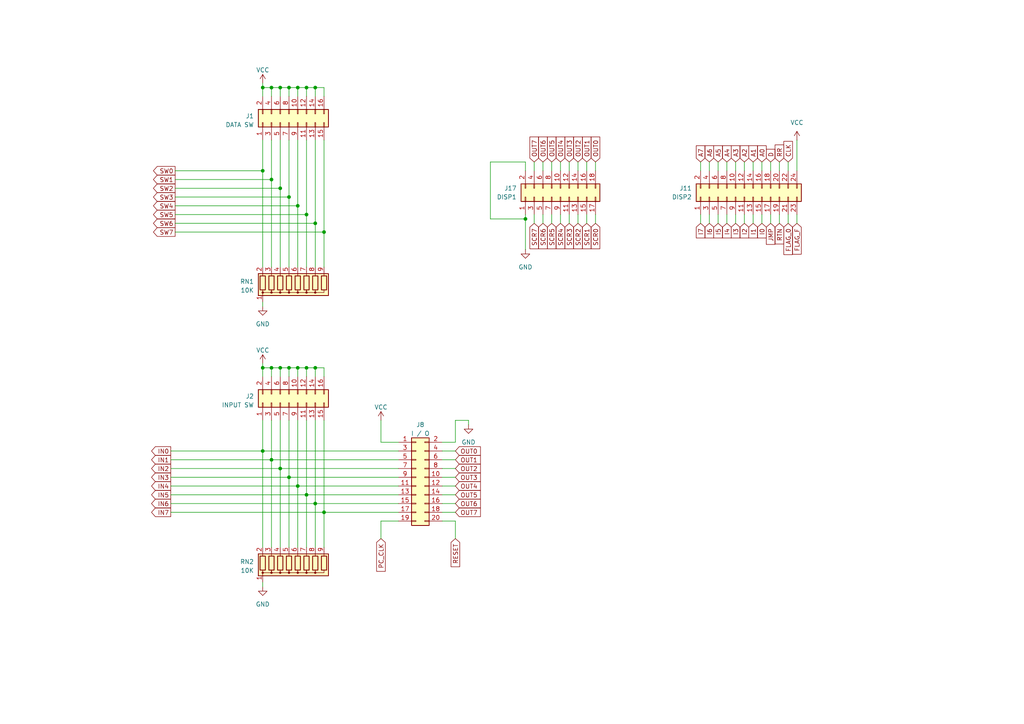
<source format=kicad_sch>
(kicad_sch (version 20231120) (generator "eeschema") (generator_version "8.0")
  (paper "A4")
  (title_block (title "Uno 14500") (date "2024-02-13") (rev "0.1") (company "By JNP-3R"))
  (lib_symbols
    (symbol "Connector_Generic:Conn_02x08_Odd_Even" (pin_names (offset 1.016) hide)
      (property "Reference" "J" (at 1.27 10.16 0))
      (property "Value" "Conn_02x08_Odd_Even" (at 1.27 -12.7 0))
      (symbol "Conn_02x08_Odd_Even_1_1"
        (rectangle (start -1.27 -10.033) (end 0 -10.287) (stroke (width 0.1524)))
        (rectangle (start -1.27 -7.493) (end 0 -7.747) (stroke (width 0.1524)))
        (rectangle (start -1.27 -4.953) (end 0 -5.207) (stroke (width 0.1524)))
        (rectangle (start -1.27 -2.413) (end 0 -2.667) (stroke (width 0.1524)))
        (rectangle (start -1.27 0.127) (end 0 -0.127) (stroke (width 0.1524)))
        (rectangle (start -1.27 2.667) (end 0 2.413) (stroke (width 0.1524)))
        (rectangle (start -1.27 5.207) (end 0 4.953) (stroke (width 0.1524)))
        (rectangle (start -1.27 7.747) (end 0 7.493) (stroke (width 0.1524)))
        (rectangle (start -1.27 8.89) (end 3.81 -11.43) (stroke (width 0.254)) (fill (type background)))
        (rectangle (start 3.81 -10.033) (end 2.54 -10.287) (stroke (width 0.1524)))
        (rectangle (start 3.81 -7.493) (end 2.54 -7.747) (stroke (width 0.1524)))
        (rectangle (start 3.81 -4.953) (end 2.54 -5.207) (stroke (width 0.1524)))
        (rectangle (start 3.81 -2.413) (end 2.54 -2.667) (stroke (width 0.1524)))
        (rectangle (start 3.81 0.127) (end 2.54 -0.127) (stroke (width 0.1524)))
        (rectangle (start 3.81 2.667) (end 2.54 2.413) (stroke (width 0.1524)))
        (rectangle (start 3.81 5.207) (end 2.54 4.953) (stroke (width 0.1524)))
        (rectangle (start 3.81 7.747) (end 2.54 7.493) (stroke (width 0.1524)))
        (pin passive line (at -5.08 7.62 0) (length 3.81) (name "Pin_1") (number "1"))
        (pin passive line (at 7.62 -2.54 180) (length 3.81) (name "Pin_10") (number "10"))
        (pin passive line (at -5.08 -5.08 0) (length 3.81) (name "Pin_11") (number "11"))
        (pin passive line (at 7.62 -5.08 180) (length 3.81) (name "Pin_12") (number "12"))
        (pin passive line (at -5.08 -7.62 0) (length 3.81) (name "Pin_13") (number "13"))
        (pin passive line (at 7.62 -7.62 180) (length 3.81) (name "Pin_14") (number "14"))
        (pin passive line (at -5.08 -10.16 0) (length 3.81) (name "Pin_15") (number "15"))
        (pin passive line (at 7.62 -10.16 180) (length 3.81) (name "Pin_16") (number "16"))
        (pin passive line (at 7.62 7.62 180) (length 3.81) (name "Pin_2") (number "2"))
        (pin passive line (at -5.08 5.08 0) (length 3.81) (name "Pin_3") (number "3"))
        (pin passive line (at 7.62 5.08 180) (length 3.81) (name "Pin_4") (number "4"))
        (pin passive line (at -5.08 2.54 0) (length 3.81) (name "Pin_5") (number "5"))
        (pin passive line (at 7.62 2.54 180) (length 3.81) (name "Pin_6") (number "6"))
        (pin passive line (at -5.08 0 0) (length 3.81) (name "Pin_7") (number "7"))
        (pin passive line (at 7.62 0 180) (length 3.81) (name "Pin_8") (number "8"))
        (pin passive line (at -5.08 -2.54 0) (length 3.81) (name "Pin_9") (number "9"))
      )
    )
    (symbol "Connector_Generic:Conn_02x09_Odd_Even" (pin_names (offset 1.016) hide)
      (property "Reference" "J" (at 1.27 12.7 0))
      (property "Value" "Conn_02x09_Odd_Even" (at 1.27 -12.7 0))
      (symbol "Conn_02x09_Odd_Even_1_1"
        (rectangle (start -1.27 -10.033) (end 0 -10.287) (stroke (width 0.1524)))
        (rectangle (start -1.27 -7.493) (end 0 -7.747) (stroke (width 0.1524)))
        (rectangle (start -1.27 -4.953) (end 0 -5.207) (stroke (width 0.1524)))
        (rectangle (start -1.27 -2.413) (end 0 -2.667) (stroke (width 0.1524)))
        (rectangle (start -1.27 0.127) (end 0 -0.127) (stroke (width 0.1524)))
        (rectangle (start -1.27 2.667) (end 0 2.413) (stroke (width 0.1524)))
        (rectangle (start -1.27 5.207) (end 0 4.953) (stroke (width 0.1524)))
        (rectangle (start -1.27 7.747) (end 0 7.493) (stroke (width 0.1524)))
        (rectangle (start -1.27 10.287) (end 0 10.033) (stroke (width 0.1524)))
        (rectangle (start -1.27 11.43) (end 3.81 -11.43) (stroke (width 0.254)) (fill (type background)))
        (rectangle (start 3.81 -10.033) (end 2.54 -10.287) (stroke (width 0.1524)))
        (rectangle (start 3.81 -7.493) (end 2.54 -7.747) (stroke (width 0.1524)))
        (rectangle (start 3.81 -4.953) (end 2.54 -5.207) (stroke (width 0.1524)))
        (rectangle (start 3.81 -2.413) (end 2.54 -2.667) (stroke (width 0.1524)))
        (rectangle (start 3.81 0.127) (end 2.54 -0.127) (stroke (width 0.1524)))
        (rectangle (start 3.81 2.667) (end 2.54 2.413) (stroke (width 0.1524)))
        (rectangle (start 3.81 5.207) (end 2.54 4.953) (stroke (width 0.1524)))
        (rectangle (start 3.81 7.747) (end 2.54 7.493) (stroke (width 0.1524)))
        (rectangle (start 3.81 10.287) (end 2.54 10.033) (stroke (width 0.1524)))
        (pin passive line (at -5.08 10.16 0) (length 3.81) (name "Pin_1") (number "1"))
        (pin passive line (at 7.62 0 180) (length 3.81) (name "Pin_10") (number "10"))
        (pin passive line (at -5.08 -2.54 0) (length 3.81) (name "Pin_11") (number "11"))
        (pin passive line (at 7.62 -2.54 180) (length 3.81) (name "Pin_12") (number "12"))
        (pin passive line (at -5.08 -5.08 0) (length 3.81) (name "Pin_13") (number "13"))
        (pin passive line (at 7.62 -5.08 180) (length 3.81) (name "Pin_14") (number "14"))
        (pin passive line (at -5.08 -7.62 0) (length 3.81) (name "Pin_15") (number "15"))
        (pin passive line (at 7.62 -7.62 180) (length 3.81) (name "Pin_16") (number "16"))
        (pin passive line (at -5.08 -10.16 0) (length 3.81) (name "Pin_17") (number "17"))
        (pin passive line (at 7.62 -10.16 180) (length 3.81) (name "Pin_18") (number "18"))
        (pin passive line (at 7.62 10.16 180) (length 3.81) (name "Pin_2") (number "2"))
        (pin passive line (at -5.08 7.62 0) (length 3.81) (name "Pin_3") (number "3"))
        (pin passive line (at 7.62 7.62 180) (length 3.81) (name "Pin_4") (number "4"))
        (pin passive line (at -5.08 5.08 0) (length 3.81) (name "Pin_5") (number "5"))
        (pin passive line (at 7.62 5.08 180) (length 3.81) (name "Pin_6") (number "6"))
        (pin passive line (at -5.08 2.54 0) (length 3.81) (name "Pin_7") (number "7"))
        (pin passive line (at 7.62 2.54 180) (length 3.81) (name "Pin_8") (number "8"))
        (pin passive line (at -5.08 0 0) (length 3.81) (name "Pin_9") (number "9"))
      )
    )
    (symbol "Connector_Generic:Conn_02x10_Odd_Even" (pin_names (offset 1.016) hide)
      (property "Reference" "J" (at 1.27 12.7 0))
      (property "Value" "Conn_02x10_Odd_Even" (at 1.27 -15.24 0))
      (symbol "Conn_02x10_Odd_Even_1_1"
        (rectangle (start -1.27 -12.573) (end 0 -12.827) (stroke (width 0.1524)))
        (rectangle (start -1.27 -10.033) (end 0 -10.287) (stroke (width 0.1524)))
        (rectangle (start -1.27 -7.493) (end 0 -7.747) (stroke (width 0.1524)))
        (rectangle (start -1.27 -4.953) (end 0 -5.207) (stroke (width 0.1524)))
        (rectangle (start -1.27 -2.413) (end 0 -2.667) (stroke (width 0.1524)))
        (rectangle (start -1.27 0.127) (end 0 -0.127) (stroke (width 0.1524)))
        (rectangle (start -1.27 2.667) (end 0 2.413) (stroke (width 0.1524)))
        (rectangle (start -1.27 5.207) (end 0 4.953) (stroke (width 0.1524)))
        (rectangle (start -1.27 7.747) (end 0 7.493) (stroke (width 0.1524)))
        (rectangle (start -1.27 10.287) (end 0 10.033) (stroke (width 0.1524)))
        (rectangle (start -1.27 11.43) (end 3.81 -13.97) (stroke (width 0.254)) (fill (type background)))
        (rectangle (start 3.81 -12.573) (end 2.54 -12.827) (stroke (width 0.1524)))
        (rectangle (start 3.81 -10.033) (end 2.54 -10.287) (stroke (width 0.1524)))
        (rectangle (start 3.81 -7.493) (end 2.54 -7.747) (stroke (width 0.1524)))
        (rectangle (start 3.81 -4.953) (end 2.54 -5.207) (stroke (width 0.1524)))
        (rectangle (start 3.81 -2.413) (end 2.54 -2.667) (stroke (width 0.1524)))
        (rectangle (start 3.81 0.127) (end 2.54 -0.127) (stroke (width 0.1524)))
        (rectangle (start 3.81 2.667) (end 2.54 2.413) (stroke (width 0.1524)))
        (rectangle (start 3.81 5.207) (end 2.54 4.953) (stroke (width 0.1524)))
        (rectangle (start 3.81 7.747) (end 2.54 7.493) (stroke (width 0.1524)))
        (rectangle (start 3.81 10.287) (end 2.54 10.033) (stroke (width 0.1524)))
        (pin passive line (at -5.08 10.16 0) (length 3.81) (name "Pin_1") (number "1"))
        (pin passive line (at 7.62 0 180) (length 3.81) (name "Pin_10") (number "10"))
        (pin passive line (at -5.08 -2.54 0) (length 3.81) (name "Pin_11") (number "11"))
        (pin passive line (at 7.62 -2.54 180) (length 3.81) (name "Pin_12") (number "12"))
        (pin passive line (at -5.08 -5.08 0) (length 3.81) (name "Pin_13") (number "13"))
        (pin passive line (at 7.62 -5.08 180) (length 3.81) (name "Pin_14") (number "14"))
        (pin passive line (at -5.08 -7.62 0) (length 3.81) (name "Pin_15") (number "15"))
        (pin passive line (at 7.62 -7.62 180) (length 3.81) (name "Pin_16") (number "16"))
        (pin passive line (at -5.08 -10.16 0) (length 3.81) (name "Pin_17") (number "17"))
        (pin passive line (at 7.62 -10.16 180) (length 3.81) (name "Pin_18") (number "18"))
        (pin passive line (at -5.08 -12.7 0) (length 3.81) (name "Pin_19") (number "19"))
        (pin passive line (at 7.62 10.16 180) (length 3.81) (name "Pin_2") (number "2"))
        (pin passive line (at 7.62 -12.7 180) (length 3.81) (name "Pin_20") (number "20"))
        (pin passive line (at -5.08 7.62 0) (length 3.81) (name "Pin_3") (number "3"))
        (pin passive line (at 7.62 7.62 180) (length 3.81) (name "Pin_4") (number "4"))
        (pin passive line (at -5.08 5.08 0) (length 3.81) (name "Pin_5") (number "5"))
        (pin passive line (at 7.62 5.08 180) (length 3.81) (name "Pin_6") (number "6"))
        (pin passive line (at -5.08 2.54 0) (length 3.81) (name "Pin_7") (number "7"))
        (pin passive line (at 7.62 2.54 180) (length 3.81) (name "Pin_8") (number "8"))
        (pin passive line (at -5.08 0 0) (length 3.81) (name "Pin_9") (number "9"))
      )
    )
    (symbol "Connector_Generic:Conn_02x12_Odd_Even" (pin_names (offset 1.016) hide)
      (property "Reference" "J" (at 1.27 15.24 0))
      (property "Value" "Conn_02x12_Odd_Even" (at 1.27 -17.78 0))
      (symbol "Conn_02x12_Odd_Even_1_1"
        (rectangle (start -1.27 -15.113) (end 0 -15.367) (stroke (width 0.1524)))
        (rectangle (start -1.27 -12.573) (end 0 -12.827) (stroke (width 0.1524)))
        (rectangle (start -1.27 -10.033) (end 0 -10.287) (stroke (width 0.1524)))
        (rectangle (start -1.27 -7.493) (end 0 -7.747) (stroke (width 0.1524)))
        (rectangle (start -1.27 -4.953) (end 0 -5.207) (stroke (width 0.1524)))
        (rectangle (start -1.27 -2.413) (end 0 -2.667) (stroke (width 0.1524)))
        (rectangle (start -1.27 0.127) (end 0 -0.127) (stroke (width 0.1524)))
        (rectangle (start -1.27 2.667) (end 0 2.413) (stroke (width 0.1524)))
        (rectangle (start -1.27 5.207) (end 0 4.953) (stroke (width 0.1524)))
        (rectangle (start -1.27 7.747) (end 0 7.493) (stroke (width 0.1524)))
        (rectangle (start -1.27 10.287) (end 0 10.033) (stroke (width 0.1524)))
        (rectangle (start -1.27 12.827) (end 0 12.573) (stroke (width 0.1524)))
        (rectangle (start -1.27 13.97) (end 3.81 -16.51) (stroke (width 0.254)) (fill (type background)))
        (rectangle (start 3.81 -15.113) (end 2.54 -15.367) (stroke (width 0.1524)))
        (rectangle (start 3.81 -12.573) (end 2.54 -12.827) (stroke (width 0.1524)))
        (rectangle (start 3.81 -10.033) (end 2.54 -10.287) (stroke (width 0.1524)))
        (rectangle (start 3.81 -7.493) (end 2.54 -7.747) (stroke (width 0.1524)))
        (rectangle (start 3.81 -4.953) (end 2.54 -5.207) (stroke (width 0.1524)))
        (rectangle (start 3.81 -2.413) (end 2.54 -2.667) (stroke (width 0.1524)))
        (rectangle (start 3.81 0.127) (end 2.54 -0.127) (stroke (width 0.1524)))
        (rectangle (start 3.81 2.667) (end 2.54 2.413) (stroke (width 0.1524)))
        (rectangle (start 3.81 5.207) (end 2.54 4.953) (stroke (width 0.1524)))
        (rectangle (start 3.81 7.747) (end 2.54 7.493) (stroke (width 0.1524)))
        (rectangle (start 3.81 10.287) (end 2.54 10.033) (stroke (width 0.1524)))
        (rectangle (start 3.81 12.827) (end 2.54 12.573) (stroke (width 0.1524)))
        (pin passive line (at -5.08 12.7 0) (length 3.81) (name "Pin_1") (number "1"))
        (pin passive line (at 7.62 2.54 180) (length 3.81) (name "Pin_10") (number "10"))
        (pin passive line (at -5.08 0 0) (length 3.81) (name "Pin_11") (number "11"))
        (pin passive line (at 7.62 0 180) (length 3.81) (name "Pin_12") (number "12"))
        (pin passive line (at -5.08 -2.54 0) (length 3.81) (name "Pin_13") (number "13"))
        (pin passive line (at 7.62 -2.54 180) (length 3.81) (name "Pin_14") (number "14"))
        (pin passive line (at -5.08 -5.08 0) (length 3.81) (name "Pin_15") (number "15"))
        (pin passive line (at 7.62 -5.08 180) (length 3.81) (name "Pin_16") (number "16"))
        (pin passive line (at -5.08 -7.62 0) (length 3.81) (name "Pin_17") (number "17"))
        (pin passive line (at 7.62 -7.62 180) (length 3.81) (name "Pin_18") (number "18"))
        (pin passive line (at -5.08 -10.16 0) (length 3.81) (name "Pin_19") (number "19"))
        (pin passive line (at 7.62 12.7 180) (length 3.81) (name "Pin_2") (number "2"))
        (pin passive line (at 7.62 -10.16 180) (length 3.81) (name "Pin_20") (number "20"))
        (pin passive line (at -5.08 -12.7 0) (length 3.81) (name "Pin_21") (number "21"))
        (pin passive line (at 7.62 -12.7 180) (length 3.81) (name "Pin_22") (number "22"))
        (pin passive line (at -5.08 -15.24 0) (length 3.81) (name "Pin_23") (number "23"))
        (pin passive line (at 7.62 -15.24 180) (length 3.81) (name "Pin_24") (number "24"))
        (pin passive line (at -5.08 10.16 0) (length 3.81) (name "Pin_3") (number "3"))
        (pin passive line (at 7.62 10.16 180) (length 3.81) (name "Pin_4") (number "4"))
        (pin passive line (at -5.08 7.62 0) (length 3.81) (name "Pin_5") (number "5"))
        (pin passive line (at 7.62 7.62 180) (length 3.81) (name "Pin_6") (number "6"))
        (pin passive line (at -5.08 5.08 0) (length 3.81) (name "Pin_7") (number "7"))
        (pin passive line (at 7.62 5.08 180) (length 3.81) (name "Pin_8") (number "8"))
        (pin passive line (at -5.08 2.54 0) (length 3.81) (name "Pin_9") (number "9"))
      )
    )
    (symbol "Device:R_Network08" (pin_names (offset 0) hide)
      (property "Reference" "RN" (at -12.7 0 90))
      (property "Value" "R_Network08" (at 10.16 0 90))
      (symbol "R_Network08_0_1"
        (rectangle (start -11.43 -3.175) (end 8.89 3.175) (stroke (width 0.254)) (fill (type background)))
        (rectangle (start -10.922 1.524) (end -9.398 -2.54) (stroke (width 0.254)))
        (circle (center -10.16 2.286) (radius 0.254) (fill (type outline)))
        (rectangle (start -8.382 1.524) (end -6.858 -2.54) (stroke (width 0.254)))
        (circle (center -7.62 2.286) (radius 0.254) (fill (type outline)))
        (rectangle (start -5.842 1.524) (end -4.318 -2.54) (stroke (width 0.254)))
        (circle (center -5.08 2.286) (radius 0.254) (fill (type outline)))
        (rectangle (start -3.302 1.524) (end -1.778 -2.54) (stroke (width 0.254)))
        (circle (center -2.54 2.286) (radius 0.254) (fill (type outline)))
        (rectangle (start -0.762 1.524) (end 0.762 -2.54) (stroke (width 0.254)))
        (polyline (pts (xy -10.16 -2.54) (xy -10.16 -3.81)))
        (polyline (pts (xy -7.62 -2.54) (xy -7.62 -3.81)))
        (polyline (pts (xy -5.08 -2.54) (xy -5.08 -3.81)))
        (polyline (pts (xy -2.54 -2.54) (xy -2.54 -3.81)))
        (polyline (pts (xy 0 -2.54) (xy 0 -3.81)))
        (polyline (pts (xy 2.54 -2.54) (xy 2.54 -3.81)))
        (polyline (pts (xy 5.08 -2.54) (xy 5.08 -3.81)))
        (polyline (pts (xy 7.62 -2.54) (xy 7.62 -3.81)))
        (polyline (pts (xy -10.16 1.524) (xy -10.16 2.286) (xy -7.62 2.286) (xy -7.62 1.524)))
        (polyline (pts (xy -7.62 1.524) (xy -7.62 2.286) (xy -5.08 2.286) (xy -5.08 1.524)))
        (polyline (pts (xy -5.08 1.524) (xy -5.08 2.286) (xy -2.54 2.286) (xy -2.54 1.524)))
        (polyline (pts (xy -2.54 1.524) (xy -2.54 2.286) (xy 0 2.286) (xy 0 1.524)))
        (polyline (pts (xy 0 1.524) (xy 0 2.286) (xy 2.54 2.286) (xy 2.54 1.524)))
        (polyline (pts (xy 2.54 1.524) (xy 2.54 2.286) (xy 5.08 2.286) (xy 5.08 1.524)))
        (polyline (pts (xy 5.08 1.524) (xy 5.08 2.286) (xy 7.62 2.286) (xy 7.62 1.524)))
        (circle (center 0 2.286) (radius 0.254) (fill (type outline)))
        (rectangle (start 1.778 1.524) (end 3.302 -2.54) (stroke (width 0.254)))
        (circle (center 2.54 2.286) (radius 0.254) (fill (type outline)))
        (rectangle (start 4.318 1.524) (end 5.842 -2.54) (stroke (width 0.254)))
        (circle (center 5.08 2.286) (radius 0.254) (fill (type outline)))
        (rectangle (start 6.858 1.524) (end 8.382 -2.54) (stroke (width 0.254)))
      )
      (symbol "R_Network08_1_1"
        (pin passive line (at -10.16 5.08 270) (length 2.54) (name "common") (number "1"))
        (pin passive line (at -10.16 -5.08 90) (length 1.27) (name "R1") (number "2"))
        (pin passive line (at -7.62 -5.08 90) (length 1.27) (name "R2") (number "3"))
        (pin passive line (at -5.08 -5.08 90) (length 1.27) (name "R3") (number "4"))
        (pin passive line (at -2.54 -5.08 90) (length 1.27) (name "R4") (number "5"))
        (pin passive line (at 0 -5.08 90) (length 1.27) (name "R5") (number "6"))
        (pin passive line (at 2.54 -5.08 90) (length 1.27) (name "R6") (number "7"))
        (pin passive line (at 5.08 -5.08 90) (length 1.27) (name "R7") (number "8"))
        (pin passive line (at 7.62 -5.08 90) (length 1.27) (name "R8") (number "9"))
      )
    )
    (symbol "GND_1" (power) (pin_numbers hide) (pin_names (offset 0) hide)
      (property "Value" "GND" (at 0 -3.81 0))
      (symbol "GND_1_0_1"
        (polyline (pts (xy 0 0) (xy 0 -1.27) (xy 1.27 -1.27) (xy 0 -2.54) (xy -1.27 -1.27) (xy 0 -1.27)))
      )
      (symbol "GND_1_1_1"
        (pin power_in line (at 0 0 270) (length 0) (name "~") (number "1"))
      )
    )
    (symbol "VCC_1" (power) (pin_numbers hide) (pin_names (offset 0) hide)
      (property "Value" "VCC" (at 0 3.556 0))
      (symbol "VCC_1_0_1"
        (polyline (pts (xy -0.762 1.27) (xy 0 2.54)))
        (polyline (pts (xy 0 0) (xy 0 2.54)))
        (polyline (pts (xy 0 2.54) (xy 0.762 1.27)))
      )
      (symbol "VCC_1_1_1"
        (pin power_in line (at 0 0 90) (length 0) (name "~") (number "1"))
      )
    )
    (symbol "power:GND" (power) (pin_names (offset 0))
      (property "Value" "GND" (at 0 -3.81 0))
      (symbol "GND_0_1"
        (polyline (pts (xy 0 0) (xy 0 -1.27) (xy 1.27 -1.27) (xy 0 -2.54) (xy -1.27 -1.27) (xy 0 -1.27)))
      )
      (symbol "GND_1_1"
        (pin power_in line (at 0 0 270) (length 0) hide (name "GND") (number "1"))
      )
    )
    (symbol "power:VCC" (power) (pin_names (offset 0))
      (property "Value" "VCC" (at 0 3.81 0))
      (symbol "VCC_0_1"
        (polyline (pts (xy -0.762 1.27) (xy 0 2.54)))
        (polyline (pts (xy 0 0) (xy 0 2.54)))
        (polyline (pts (xy 0 2.54) (xy 0.762 1.27)))
      )
      (symbol "VCC_1_1"
        (pin power_in line (at 0 0 90) (length 0) hide (name "VCC") (number "1"))
      )
    )
  )
  (junction (at 78.74 106.68))
  (junction (at 78.74 133.35))
  (junction (at 81.28 25.4))
  (junction (at 86.36 25.4))
  (junction (at 91.44 64.77))
  (junction (at 81.28 135.89))
  (junction (at 81.28 106.68))
  (junction (at 86.36 106.68))
  (junction (at 88.9 25.4))
  (junction (at 91.44 25.4))
  (junction (at 152.4 63.5))
  (junction (at 78.74 25.4))
  (junction (at 76.2 49.53))
  (junction (at 91.44 146.05))
  (junction (at 83.82 57.15))
  (junction (at 91.44 106.68))
  (junction (at 83.82 138.43))
  (junction (at 76.2 130.81))
  (junction (at 88.9 106.68))
  (junction (at 86.36 59.69))
  (junction (at 78.74 52.07))
  (junction (at 88.9 143.51))
  (junction (at 76.2 25.4))
  (junction (at 88.9 62.23))
  (junction (at 93.98 148.59))
  (junction (at 83.82 106.68))
  (junction (at 93.98 67.31))
  (junction (at 86.36 140.97))
  (junction (at 81.28 54.61))
  (junction (at 83.82 25.4))
  (junction (at 76.2 106.68))
  (wire (pts (xy 86.36 25.4) (xy 83.82 25.4)))
  (wire (pts (xy 218.44 62.23) (xy 218.44 64.77)))
  (wire (pts (xy 88.9 25.4) (xy 88.9 27.94)))
  (wire (pts (xy 86.36 106.68) (xy 83.82 106.68)))
  (wire (pts (xy 76.2 105.41) (xy 76.2 106.68)))
  (wire (pts (xy 88.9 158.75) (xy 88.9 143.51)))
  (wire (pts (xy 160.02 62.23) (xy 160.02 64.77)))
  (wire (pts (xy 223.52 64.77) (xy 223.52 62.23)))
  (wire (pts (xy 78.74 52.07) (xy 78.74 77.47)))
  (wire (pts (xy 50.8 57.15) (xy 83.82 57.15)))
  (wire (pts (xy 91.44 146.05) (xy 91.44 158.75)))
  (wire (pts (xy 88.9 143.51) (xy 115.57 143.51)))
  (wire (pts (xy 167.64 62.23) (xy 167.64 64.77)))
  (wire (pts (xy 167.64 46.99) (xy 167.64 49.53)))
  (wire (pts (xy 78.74 40.64) (xy 78.74 52.07)))
  (wire (pts (xy 83.82 25.4) (xy 83.82 27.94)))
  (wire (pts (xy 93.98 148.59) (xy 115.57 148.59)))
  (wire (pts (xy 142.24 63.5) (xy 152.4 63.5)))
  (wire (pts (xy 81.28 135.89) (xy 81.28 158.75)))
  (wire (pts (xy 76.2 49.53) (xy 76.2 77.47)))
  (wire (pts (xy 76.2 106.68) (xy 76.2 109.22)))
  (wire (pts (xy 165.1 62.23) (xy 165.1 64.77)))
  (wire (pts (xy 76.2 88.9) (xy 76.2 87.63)))
  (wire (pts (xy 86.36 109.22) (xy 86.36 106.68)))
  (wire (pts (xy 205.74 46.99) (xy 205.74 49.53)))
  (wire (pts (xy 228.6 46.99) (xy 228.6 49.53)))
  (wire (pts (xy 93.98 27.94) (xy 93.98 25.4)))
  (wire (pts (xy 215.9 46.99) (xy 215.9 49.53)))
  (wire (pts (xy 81.28 25.4) (xy 78.74 25.4)))
  (wire (pts (xy 152.4 62.23) (xy 152.4 63.5)))
  (wire (pts (xy 86.36 140.97) (xy 115.57 140.97)))
  (wire (pts (xy 91.44 106.68) (xy 88.9 106.68)))
  (wire (pts (xy 93.98 109.22) (xy 93.98 106.68)))
  (wire (pts (xy 91.44 121.92) (xy 91.44 146.05)))
  (wire (pts (xy 162.56 62.23) (xy 162.56 64.77)))
  (wire (pts (xy 203.2 46.99) (xy 203.2 49.53)))
  (wire (pts (xy 160.02 46.99) (xy 160.02 49.53)))
  (wire (pts (xy 50.8 54.61) (xy 81.28 54.61)))
  (wire (pts (xy 152.4 49.53) (xy 152.4 46.99)))
  (wire (pts (xy 86.36 59.69) (xy 86.36 77.47)))
  (wire (pts (xy 78.74 25.4) (xy 76.2 25.4)))
  (wire (pts (xy 81.28 109.22) (xy 81.28 106.68)))
  (wire (pts (xy 76.2 24.13) (xy 76.2 25.4)))
  (wire (pts (xy 78.74 121.92) (xy 78.74 133.35)))
  (wire (pts (xy 231.14 40.64) (xy 231.14 49.53)))
  (wire (pts (xy 78.74 25.4) (xy 78.74 27.94)))
  (wire (pts (xy 81.28 106.68) (xy 78.74 106.68)))
  (wire (pts (xy 83.82 138.43) (xy 115.57 138.43)))
  (wire (pts (xy 128.27 130.81) (xy 132.08 130.81)))
  (wire (pts (xy 91.44 40.64) (xy 91.44 64.77)))
  (wire (pts (xy 81.28 25.4) (xy 81.28 27.94)))
  (wire (pts (xy 110.49 151.13) (xy 115.57 151.13)))
  (wire (pts (xy 128.27 148.59) (xy 132.08 148.59)))
  (wire (pts (xy 83.82 121.92) (xy 83.82 138.43)))
  (wire (pts (xy 50.8 62.23) (xy 88.9 62.23)))
  (wire (pts (xy 49.53 143.51) (xy 88.9 143.51)))
  (wire (pts (xy 91.44 146.05) (xy 115.57 146.05)))
  (wire (pts (xy 76.2 121.92) (xy 76.2 130.81)))
  (wire (pts (xy 215.9 62.23) (xy 215.9 64.77)))
  (wire (pts (xy 81.28 54.61) (xy 81.28 77.47)))
  (wire (pts (xy 86.36 25.4) (xy 86.36 27.94)))
  (wire (pts (xy 91.44 25.4) (xy 88.9 25.4)))
  (wire (pts (xy 81.28 121.92) (xy 81.28 135.89)))
  (wire (pts (xy 88.9 109.22) (xy 88.9 106.68)))
  (wire (pts (xy 49.53 146.05) (xy 91.44 146.05)))
  (wire (pts (xy 135.89 121.92) (xy 135.89 123.19)))
  (wire (pts (xy 93.98 25.4) (xy 91.44 25.4)))
  (wire (pts (xy 165.1 46.99) (xy 165.1 49.53)))
  (wire (pts (xy 91.44 64.77) (xy 91.44 77.47)))
  (wire (pts (xy 81.28 135.89) (xy 115.57 135.89)))
  (wire (pts (xy 210.82 62.23) (xy 210.82 64.77)))
  (wire (pts (xy 50.8 49.53) (xy 76.2 49.53)))
  (wire (pts (xy 76.2 25.4) (xy 76.2 27.94)))
  (wire (pts (xy 132.08 128.27) (xy 132.08 121.92)))
  (wire (pts (xy 162.56 46.99) (xy 162.56 49.53)))
  (wire (pts (xy 88.9 77.47) (xy 88.9 62.23)))
  (wire (pts (xy 226.06 64.77) (xy 226.06 62.23)))
  (wire (pts (xy 49.53 140.97) (xy 86.36 140.97)))
  (wire (pts (xy 88.9 121.92) (xy 88.9 143.51)))
  (wire (pts (xy 128.27 140.97) (xy 132.08 140.97)))
  (wire (pts (xy 49.53 148.59) (xy 93.98 148.59)))
  (wire (pts (xy 157.48 46.99) (xy 157.48 49.53)))
  (wire (pts (xy 76.2 40.64) (xy 76.2 49.53)))
  (wire (pts (xy 208.28 62.23) (xy 208.28 64.77)))
  (wire (pts (xy 228.6 64.77) (xy 228.6 62.23)))
  (wire (pts (xy 88.9 25.4) (xy 86.36 25.4)))
  (wire (pts (xy 50.8 64.77) (xy 91.44 64.77)))
  (wire (pts (xy 205.74 62.23) (xy 205.74 64.77)))
  (wire (pts (xy 128.27 138.43) (xy 132.08 138.43)))
  (wire (pts (xy 142.24 46.99) (xy 142.24 63.5)))
  (wire (pts (xy 210.82 46.99) (xy 210.82 49.53)))
  (wire (pts (xy 128.27 135.89) (xy 132.08 135.89)))
  (wire (pts (xy 78.74 109.22) (xy 78.74 106.68)))
  (wire (pts (xy 223.52 46.99) (xy 223.52 49.53)))
  (wire (pts (xy 110.49 156.21) (xy 110.49 151.13)))
  (wire (pts (xy 213.36 46.99) (xy 213.36 49.53)))
  (wire (pts (xy 49.53 130.81) (xy 76.2 130.81)))
  (wire (pts (xy 132.08 151.13) (xy 132.08 156.21)))
  (wire (pts (xy 154.94 46.99) (xy 154.94 49.53)))
  (wire (pts (xy 49.53 133.35) (xy 78.74 133.35)))
  (wire (pts (xy 78.74 106.68) (xy 76.2 106.68)))
  (wire (pts (xy 231.14 64.77) (xy 231.14 62.23)))
  (wire (pts (xy 76.2 130.81) (xy 115.57 130.81)))
  (wire (pts (xy 50.8 52.07) (xy 78.74 52.07)))
  (wire (pts (xy 170.18 62.23) (xy 170.18 64.77)))
  (wire (pts (xy 76.2 130.81) (xy 76.2 158.75)))
  (wire (pts (xy 83.82 40.64) (xy 83.82 57.15)))
  (wire (pts (xy 110.49 128.27) (xy 110.49 121.92)))
  (wire (pts (xy 78.74 133.35) (xy 115.57 133.35)))
  (wire (pts (xy 93.98 148.59) (xy 93.98 158.75)))
  (wire (pts (xy 86.36 121.92) (xy 86.36 140.97)))
  (wire (pts (xy 208.28 46.99) (xy 208.28 49.53)))
  (wire (pts (xy 76.2 170.18) (xy 76.2 168.91)))
  (wire (pts (xy 172.72 62.23) (xy 172.72 64.77)))
  (wire (pts (xy 81.28 40.64) (xy 81.28 54.61)))
  (wire (pts (xy 152.4 63.5) (xy 152.4 72.39)))
  (wire (pts (xy 91.44 109.22) (xy 91.44 106.68)))
  (wire (pts (xy 170.18 46.99) (xy 170.18 49.53)))
  (wire (pts (xy 115.57 128.27) (xy 110.49 128.27)))
  (wire (pts (xy 78.74 133.35) (xy 78.74 158.75)))
  (wire (pts (xy 128.27 128.27) (xy 132.08 128.27)))
  (wire (pts (xy 93.98 121.92) (xy 93.98 148.59)))
  (wire (pts (xy 88.9 106.68) (xy 86.36 106.68)))
  (wire (pts (xy 49.53 135.89) (xy 81.28 135.89)))
  (wire (pts (xy 83.82 106.68) (xy 81.28 106.68)))
  (wire (pts (xy 50.8 67.31) (xy 93.98 67.31)))
  (wire (pts (xy 50.8 59.69) (xy 86.36 59.69)))
  (wire (pts (xy 88.9 40.64) (xy 88.9 62.23)))
  (wire (pts (xy 128.27 143.51) (xy 132.08 143.51)))
  (wire (pts (xy 83.82 109.22) (xy 83.82 106.68)))
  (wire (pts (xy 226.06 46.99) (xy 226.06 49.53)))
  (wire (pts (xy 49.53 138.43) (xy 83.82 138.43)))
  (wire (pts (xy 172.72 46.99) (xy 172.72 49.53)))
  (wire (pts (xy 93.98 67.31) (xy 93.98 77.47)))
  (wire (pts (xy 218.44 46.99) (xy 218.44 49.53)))
  (wire (pts (xy 128.27 151.13) (xy 132.08 151.13)))
  (wire (pts (xy 93.98 40.64) (xy 93.98 67.31)))
  (wire (pts (xy 152.4 46.99) (xy 142.24 46.99)))
  (wire (pts (xy 132.08 121.92) (xy 135.89 121.92)))
  (wire (pts (xy 157.48 62.23) (xy 157.48 64.77)))
  (wire (pts (xy 203.2 62.23) (xy 203.2 64.77)))
  (wire (pts (xy 91.44 25.4) (xy 91.44 27.94)))
  (wire (pts (xy 154.94 62.23) (xy 154.94 64.77)))
  (wire (pts (xy 86.36 140.97) (xy 86.36 158.75)))
  (wire (pts (xy 128.27 133.35) (xy 132.08 133.35)))
  (wire (pts (xy 213.36 62.23) (xy 213.36 64.77)))
  (wire (pts (xy 93.98 106.68) (xy 91.44 106.68)))
  (wire (pts (xy 83.82 138.43) (xy 83.82 158.75)))
  (wire (pts (xy 83.82 25.4) (xy 81.28 25.4)))
  (wire (pts (xy 86.36 40.64) (xy 86.36 59.69)))
  (wire (pts (xy 220.98 46.99) (xy 220.98 49.53)))
  (wire (pts (xy 220.98 62.23) (xy 220.98 64.77)))
  (wire (pts (xy 128.27 146.05) (xy 132.08 146.05)))
  (wire (pts (xy 83.82 57.15) (xy 83.82 77.47)))
  (global_label "OUT3" (shape input) (at 165.1 46.99 90) (property "Intersheetrefs" "${INTERSHEET_REFS}" (effects (hide yes))))
  (global_label "JMP" (shape input) (at 223.52 64.77 270) (property "Intersheetrefs" "${INTERSHEET_REFS}" (effects (hide yes))))
  (global_label "A6" (shape input) (at 205.74 46.99 90) (property "Intersheetrefs" "${INTERSHEET_REFS}" (effects (hide yes))))
  (global_label "I5" (shape input) (at 208.28 64.77 270) (property "Intersheetrefs" "${INTERSHEET_REFS}" (effects (hide yes))))
  (global_label "OUT7" (shape input) (at 154.94 46.99 90) (property "Intersheetrefs" "${INTERSHEET_REFS}" (effects (hide yes))))
  (global_label "OUT4" (shape input) (at 162.56 46.99 90) (property "Intersheetrefs" "${INTERSHEET_REFS}" (effects (hide yes))))
  (global_label "RESET" (shape input) (at 132.08 156.21 270) (property "Intersheetrefs" "${INTERSHEET_REFS}" (effects (hide yes))))
  (global_label "I1" (shape input) (at 218.44 64.77 270) (property "Intersheetrefs" "${INTERSHEET_REFS}" (effects (hide yes))))
  (global_label "I3" (shape input) (at 213.36 64.77 270) (property "Intersheetrefs" "${INTERSHEET_REFS}" (effects (hide yes))))
  (global_label "IN4" (shape output) (at 49.53 140.97 180) (property "Intersheetrefs" "${INTERSHEET_REFS}" (effects (hide yes))))
  (global_label "A4" (shape input) (at 210.82 46.99 90) (property "Intersheetrefs" "${INTERSHEET_REFS}" (effects (hide yes))))
  (global_label "IN6" (shape output) (at 49.53 146.05 180) (property "Intersheetrefs" "${INTERSHEET_REFS}" (effects (hide yes))))
  (global_label "D" (shape input) (at 223.52 46.99 90) (property "Intersheetrefs" "${INTERSHEET_REFS}" (effects (hide yes))))
  (global_label "A3" (shape input) (at 213.36 46.99 90) (property "Intersheetrefs" "${INTERSHEET_REFS}" (effects (hide yes))))
  (global_label "A2" (shape input) (at 215.9 46.99 90) (property "Intersheetrefs" "${INTERSHEET_REFS}" (effects (hide yes))))
  (global_label "OUT5" (shape input) (at 132.08 143.51 0) (property "Intersheetrefs" "${INTERSHEET_REFS}" (effects (hide yes))))
  (global_label "OUT2" (shape input) (at 132.08 135.89 0) (property "Intersheetrefs" "${INTERSHEET_REFS}" (effects (hide yes))))
  (global_label "IN0" (shape output) (at 49.53 130.81 180) (property "Intersheetrefs" "${INTERSHEET_REFS}" (effects (hide yes))))
  (global_label "CLK" (shape input) (at 228.6 46.99 90) (property "Intersheetrefs" "${INTERSHEET_REFS}" (effects (hide yes))))
  (global_label "SCR6" (shape input) (at 157.48 64.77 270) (property "Intersheetrefs" "${INTERSHEET_REFS}" (effects (hide yes))))
  (global_label "FLAG_0" (shape input) (at 228.6 64.77 270) (property "Intersheetrefs" "${INTERSHEET_REFS}" (effects (hide yes))))
  (global_label "IN2" (shape output) (at 49.53 135.89 180) (property "Intersheetrefs" "${INTERSHEET_REFS}" (effects (hide yes))))
  (global_label "OUT7" (shape input) (at 132.08 148.59 0) (property "Intersheetrefs" "${INTERSHEET_REFS}" (effects (hide yes))))
  (global_label "SCR5" (shape input) (at 160.02 64.77 270) (property "Intersheetrefs" "${INTERSHEET_REFS}" (effects (hide yes))))
  (global_label "SCR4" (shape input) (at 162.56 64.77 270) (property "Intersheetrefs" "${INTERSHEET_REFS}" (effects (hide yes))))
  (global_label "OUT4" (shape input) (at 132.08 140.97 0) (property "Intersheetrefs" "${INTERSHEET_REFS}" (effects (hide yes))))
  (global_label "SCR0" (shape input) (at 172.72 64.77 270) (property "Intersheetrefs" "${INTERSHEET_REFS}" (effects (hide yes))))
  (global_label "RTN" (shape input) (at 226.06 64.77 270) (property "Intersheetrefs" "${INTERSHEET_REFS}" (effects (hide yes))))
  (global_label "OUT2" (shape input) (at 167.64 46.99 90) (property "Intersheetrefs" "${INTERSHEET_REFS}" (effects (hide yes))))
  (global_label "IN7" (shape output) (at 49.53 148.59 180) (property "Intersheetrefs" "${INTERSHEET_REFS}" (effects (hide yes))))
  (global_label "IN3" (shape output) (at 49.53 138.43 180) (property "Intersheetrefs" "${INTERSHEET_REFS}" (effects (hide yes))))
  (global_label "OUT1" (shape input) (at 170.18 46.99 90) (property "Intersheetrefs" "${INTERSHEET_REFS}" (effects (hide yes))))
  (global_label "SW2" (shape output) (at 50.8 54.61 180) (property "Intersheetrefs" "${INTERSHEET_REFS}" (effects (hide yes))))
  (global_label "SW5" (shape output) (at 50.8 62.23 180) (property "Intersheetrefs" "${INTERSHEET_REFS}" (effects (hide yes))))
  (global_label "PC_CLK" (shape input) (at 110.49 156.21 270) (property "Intersheetrefs" "${INTERSHEET_REFS}" (effects (hide yes))))
  (global_label "SCR1" (shape input) (at 170.18 64.77 270) (property "Intersheetrefs" "${INTERSHEET_REFS}" (effects (hide yes))))
  (global_label "OUT3" (shape input) (at 132.08 138.43 0) (property "Intersheetrefs" "${INTERSHEET_REFS}" (effects (hide yes))))
  (global_label "I7" (shape input) (at 203.2 64.77 270) (property "Intersheetrefs" "${INTERSHEET_REFS}" (effects (hide yes))))
  (global_label "SW7" (shape output) (at 50.8 67.31 180) (property "Intersheetrefs" "${INTERSHEET_REFS}" (effects (hide yes))))
  (global_label "FLAG_F" (shape input) (at 231.14 64.77 270) (property "Intersheetrefs" "${INTERSHEET_REFS}" (effects (hide yes))))
  (global_label "SW1" (shape output) (at 50.8 52.07 180) (property "Intersheetrefs" "${INTERSHEET_REFS}" (effects (hide yes))))
  (global_label "SCR2" (shape input) (at 167.64 64.77 270) (property "Intersheetrefs" "${INTERSHEET_REFS}" (effects (hide yes))))
  (global_label "I6" (shape input) (at 205.74 64.77 270) (property "Intersheetrefs" "${INTERSHEET_REFS}" (effects (hide yes))))
  (global_label "SW4" (shape output) (at 50.8 59.69 180) (property "Intersheetrefs" "${INTERSHEET_REFS}" (effects (hide yes))))
  (global_label "A5" (shape input) (at 208.28 46.99 90) (property "Intersheetrefs" "${INTERSHEET_REFS}" (effects (hide yes))))
  (global_label "I4" (shape input) (at 210.82 64.77 270) (property "Intersheetrefs" "${INTERSHEET_REFS}" (effects (hide yes))))
  (global_label "A1" (shape input) (at 218.44 46.99 90) (property "Intersheetrefs" "${INTERSHEET_REFS}" (effects (hide yes))))
  (global_label "OUT6" (shape input) (at 132.08 146.05 0) (property "Intersheetrefs" "${INTERSHEET_REFS}" (effects (hide yes))))
  (global_label "OUT1" (shape input) (at 132.08 133.35 0) (property "Intersheetrefs" "${INTERSHEET_REFS}" (effects (hide yes))))
  (global_label "IN5" (shape output) (at 49.53 143.51 180) (property "Intersheetrefs" "${INTERSHEET_REFS}" (effects (hide yes))))
  (global_label "OUT6" (shape input) (at 157.48 46.99 90) (property "Intersheetrefs" "${INTERSHEET_REFS}" (effects (hide yes))))
  (global_label "OUT0" (shape input) (at 172.72 46.99 90) (property "Intersheetrefs" "${INTERSHEET_REFS}" (effects (hide yes))))
  (global_label "RR" (shape input) (at 226.06 46.99 90) (property "Intersheetrefs" "${INTERSHEET_REFS}" (effects (hide yes))))
  (global_label "I0" (shape input) (at 220.98 64.77 270) (property "Intersheetrefs" "${INTERSHEET_REFS}" (effects (hide yes))))
  (global_label "A0" (shape input) (at 220.98 46.99 90) (property "Intersheetrefs" "${INTERSHEET_REFS}" (effects (hide yes))))
  (global_label "I2" (shape input) (at 215.9 64.77 270) (property "Intersheetrefs" "${INTERSHEET_REFS}" (effects (hide yes))))
  (global_label "OUT0" (shape input) (at 132.08 130.81 0) (property "Intersheetrefs" "${INTERSHEET_REFS}" (effects (hide yes))))
  (global_label "A7" (shape input) (at 203.2 46.99 90) (property "Intersheetrefs" "${INTERSHEET_REFS}" (effects (hide yes))))
  (global_label "SW6" (shape output) (at 50.8 64.77 180) (property "Intersheetrefs" "${INTERSHEET_REFS}" (effects (hide yes))))
  (global_label "SCR3" (shape input) (at 165.1 64.77 270) (property "Intersheetrefs" "${INTERSHEET_REFS}" (effects (hide yes))))
  (global_label "IN1" (shape output) (at 49.53 133.35 180) (property "Intersheetrefs" "${INTERSHEET_REFS}" (effects (hide yes))))
  (global_label "SW0" (shape output) (at 50.8 49.53 180) (property "Intersheetrefs" "${INTERSHEET_REFS}" (effects (hide yes))))
  (global_label "SCR7" (shape input) (at 154.94 64.77 270) (property "Intersheetrefs" "${INTERSHEET_REFS}" (effects (hide yes))))
  (global_label "OUT5" (shape input) (at 160.02 46.99 90) (property "Intersheetrefs" "${INTERSHEET_REFS}" (effects (hide yes))))
  (global_label "SW3" (shape output) (at 50.8 57.15 180) (property "Intersheetrefs" "${INTERSHEET_REFS}" (effects (hide yes))))
  (symbol (lib_id "power:VCC") (at 76.2 105.41 0) (unit 1)
    (property "Reference" "#PWR069" (effects (hide yes)))
    (property "Value" "VCC" (at 76.2 101.6 0))
  )
  (symbol (lib_id "Device:R_Network08") (at 86.36 163.83 0) (mirror x) (unit 1)
    (property "Reference" "RN2" (at 73.66 162.941 0) (effects (justify right)))
    (property "Value" "10K" (at 73.66 165.481 0) (effects (justify right)))
    (property "Footprint" "Resistor_THT:R_Array_SIP9" (effects (hide yes)))
    (property "Datasheet" "http://www.vishay.com/docs/31509/csc.pdf" (effects (hide yes)))
  )
  (symbol (lib_id "Connector_Generic:Conn_02x09_Odd_Even") (at 162.56 57.15 90) (unit 1)
    (property "Reference" "J17" (at 149.86 54.6099 90) (effects (justify left)))
    (property "Value" "DISP1" (at 149.86 57.1499 90) (effects (justify left)))
    (property "Footprint" "Connector_IDC:IDC-Header_2x09_P2.54mm_Vertical" (effects (hide yes)))
    (property "Description" "Generic connector, double row, 02x09, odd/even pin numbering scheme (row 1 odd numbers, row 2 even numbers), script generated (kicad-library-utils/schlib/autogen/connector/)" (effects (hide yes)))
  )
  (symbol (lib_id "Device:R_Network08") (at 86.36 82.55 0) (mirror x) (unit 1)
    (property "Reference" "RN1" (at 73.66 81.661 0) (effects (justify right)))
    (property "Value" "10K" (at 73.66 84.201 0) (effects (justify right)))
    (property "Footprint" "Resistor_THT:R_Array_SIP9" (effects (hide yes)))
    (property "Datasheet" "http://www.vishay.com/docs/31509/csc.pdf" (effects (hide yes)))
  )
  (symbol (lib_id "power:GND") (at 135.89 123.19 0) (unit 1)
    (property "Reference" "#PWR071" (effects (hide yes)))
    (property "Value" "GND" (at 135.89 128.27 0))
  )
  (symbol (lib_id "Connector_Generic:Conn_02x10_Odd_Even") (at 120.65 138.43 0) (unit 1)
    (property "Reference" "J8" (at 121.92 123.19 0))
    (property "Value" "I / O" (at 121.92 125.73 0))
    (property "Footprint" "Connector_IDC:IDC-Header_2x10_P2.54mm_Horizontal" (effects (hide yes)))
  )
  (symbol (lib_id "Connector_Generic:Conn_02x08_Odd_Even") (at 83.82 116.84 90) (unit 1)
    (property "Reference" "J2" (at 73.66 114.935 90) (effects (justify left)))
    (property "Value" "INPUT SW" (at 73.66 117.475 90) (effects (justify left)))
    (property "Footprint" "Connector_PinHeader_2.54mm:PinHeader_2x08_P2.54mm_Vertical" (effects (hide yes)))
  )
  (symbol (lib_id "power:VCC") (at 110.49 121.92 0) (unit 1)
    (property "Reference" "#PWR070" (effects (hide yes)))
    (property "Value" "VCC" (at 110.49 118.11 0))
  )
  (symbol (lib_id "power:GND") (at 76.2 88.9 0) (unit 1)
    (property "Reference" "#PWR068" (effects (hide yes)))
    (property "Value" "GND" (at 76.2 93.98 0))
  )
  (symbol (lib_id "power:VCC") (at 76.2 24.13 0) (unit 1)
    (property "Reference" "#PWR065" (effects (hide yes)))
    (property "Value" "VCC" (at 76.2 20.32 0))
  )
  (symbol (lib_id "Connector_Generic:Conn_02x12_Odd_Even") (at 215.9 57.15 90) (unit 1)
    (property "Reference" "J11" (at 200.66 54.6099 90) (effects (justify left)))
    (property "Value" "DISP2" (at 200.66 57.1499 90) (effects (justify left)))
    (property "Footprint" "Connector_IDC:IDC-Header_2x12_P2.54mm_Vertical" (effects (hide yes)))
    (property "Description" "Generic connector, double row, 02x12, odd/even pin numbering scheme (row 1 odd numbers, row 2 even numbers), script generated (kicad-library-utils/schlib/autogen/connector/)" (effects (hide yes)))
  )
  (symbol (lib_name "GND_1") (lib_id "power:GND") (at 152.4 72.39 0) (unit 1)
    (property "Reference" "#PWR03" (effects (hide yes)))
    (property "Value" "GND" (at 152.4 77.47 0))
    (property "Description" "Power symbol creates a global label with name \"GND\" , ground" (effects (hide yes)))
  )
  (symbol (lib_id "power:GND") (at 76.2 170.18 0) (unit 1)
    (property "Reference" "#PWR072" (effects (hide yes)))
    (property "Value" "GND" (at 76.2 175.26 0))
  )
  (symbol (lib_id "Connector_Generic:Conn_02x08_Odd_Even") (at 83.82 35.56 90) (unit 1)
    (property "Reference" "J1" (at 73.66 33.655 90) (effects (justify left)))
    (property "Value" "DATA SW" (at 73.66 36.195 90) (effects (justify left)))
    (property "Footprint" "Connector_PinHeader_2.54mm:PinHeader_2x08_P2.54mm_Vertical" (effects (hide yes)))
  )
  (symbol (lib_name "VCC_1") (lib_id "power:VCC") (at 231.14 40.64 0) (unit 1)
    (property "Reference" "#PWR01" (effects (hide yes)))
    (property "Value" "VCC" (at 231.14 35.56 0))
    (property "Description" "Power symbol creates a global label with name \"VCC\"" (effects (hide yes)))
  )
)
</source>
